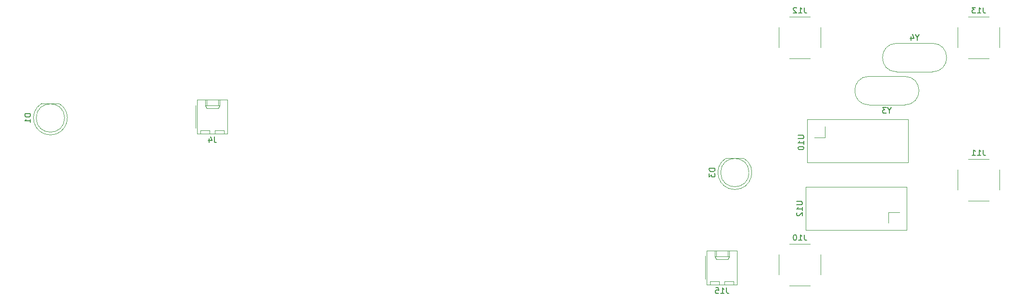
<source format=gbr>
%TF.GenerationSoftware,KiCad,Pcbnew,7.0.6-0*%
%TF.CreationDate,2023-12-30T17:19:21-06:00*%
%TF.ProjectId,MIXER_CORRELATOR,4d495845-525f-4434-9f52-52454c41544f,rev?*%
%TF.SameCoordinates,Original*%
%TF.FileFunction,Legend,Bot*%
%TF.FilePolarity,Positive*%
%FSLAX46Y46*%
G04 Gerber Fmt 4.6, Leading zero omitted, Abs format (unit mm)*
G04 Created by KiCad (PCBNEW 7.0.6-0) date 2023-12-30 17:19:21*
%MOMM*%
%LPD*%
G01*
G04 APERTURE LIST*
%ADD10C,0.150000*%
%ADD11C,0.120000*%
G04 APERTURE END LIST*
D10*
X198788190Y-70668628D02*
X198788190Y-71144819D01*
X199121523Y-70144819D02*
X198788190Y-70668628D01*
X198788190Y-70668628D02*
X198454857Y-70144819D01*
X198216761Y-70144819D02*
X197597714Y-70144819D01*
X197597714Y-70144819D02*
X197931047Y-70525771D01*
X197931047Y-70525771D02*
X197788190Y-70525771D01*
X197788190Y-70525771D02*
X197692952Y-70573390D01*
X197692952Y-70573390D02*
X197645333Y-70621009D01*
X197645333Y-70621009D02*
X197597714Y-70716247D01*
X197597714Y-70716247D02*
X197597714Y-70954342D01*
X197597714Y-70954342D02*
X197645333Y-71049580D01*
X197645333Y-71049580D02*
X197692952Y-71097200D01*
X197692952Y-71097200D02*
X197788190Y-71144819D01*
X197788190Y-71144819D02*
X198073904Y-71144819D01*
X198073904Y-71144819D02*
X198169142Y-71097200D01*
X198169142Y-71097200D02*
X198216761Y-71049580D01*
X170065523Y-101981819D02*
X170065523Y-102696104D01*
X170065523Y-102696104D02*
X170113142Y-102838961D01*
X170113142Y-102838961D02*
X170208380Y-102934200D01*
X170208380Y-102934200D02*
X170351237Y-102981819D01*
X170351237Y-102981819D02*
X170446475Y-102981819D01*
X169065523Y-102981819D02*
X169636951Y-102981819D01*
X169351237Y-102981819D02*
X169351237Y-101981819D01*
X169351237Y-101981819D02*
X169446475Y-102124676D01*
X169446475Y-102124676D02*
X169541713Y-102219914D01*
X169541713Y-102219914D02*
X169636951Y-102267533D01*
X168160761Y-101981819D02*
X168636951Y-101981819D01*
X168636951Y-101981819D02*
X168684570Y-102458009D01*
X168684570Y-102458009D02*
X168636951Y-102410390D01*
X168636951Y-102410390D02*
X168541713Y-102362771D01*
X168541713Y-102362771D02*
X168303618Y-102362771D01*
X168303618Y-102362771D02*
X168208380Y-102410390D01*
X168208380Y-102410390D02*
X168160761Y-102458009D01*
X168160761Y-102458009D02*
X168113142Y-102553247D01*
X168113142Y-102553247D02*
X168113142Y-102791342D01*
X168113142Y-102791342D02*
X168160761Y-102886580D01*
X168160761Y-102886580D02*
X168208380Y-102934200D01*
X168208380Y-102934200D02*
X168303618Y-102981819D01*
X168303618Y-102981819D02*
X168541713Y-102981819D01*
X168541713Y-102981819D02*
X168636951Y-102934200D01*
X168636951Y-102934200D02*
X168684570Y-102886580D01*
X182426819Y-86754905D02*
X183236342Y-86754905D01*
X183236342Y-86754905D02*
X183331580Y-86802524D01*
X183331580Y-86802524D02*
X183379200Y-86850143D01*
X183379200Y-86850143D02*
X183426819Y-86945381D01*
X183426819Y-86945381D02*
X183426819Y-87135857D01*
X183426819Y-87135857D02*
X183379200Y-87231095D01*
X183379200Y-87231095D02*
X183331580Y-87278714D01*
X183331580Y-87278714D02*
X183236342Y-87326333D01*
X183236342Y-87326333D02*
X182426819Y-87326333D01*
X183426819Y-88326333D02*
X183426819Y-87754905D01*
X183426819Y-88040619D02*
X182426819Y-88040619D01*
X182426819Y-88040619D02*
X182569676Y-87945381D01*
X182569676Y-87945381D02*
X182664914Y-87850143D01*
X182664914Y-87850143D02*
X182712533Y-87754905D01*
X182522057Y-88707286D02*
X182474438Y-88754905D01*
X182474438Y-88754905D02*
X182426819Y-88850143D01*
X182426819Y-88850143D02*
X182426819Y-89088238D01*
X182426819Y-89088238D02*
X182474438Y-89183476D01*
X182474438Y-89183476D02*
X182522057Y-89231095D01*
X182522057Y-89231095D02*
X182617295Y-89278714D01*
X182617295Y-89278714D02*
X182712533Y-89278714D01*
X182712533Y-89278714D02*
X182855390Y-89231095D01*
X182855390Y-89231095D02*
X183426819Y-88659667D01*
X183426819Y-88659667D02*
X183426819Y-89278714D01*
X183781523Y-92603819D02*
X183781523Y-93318104D01*
X183781523Y-93318104D02*
X183829142Y-93460961D01*
X183829142Y-93460961D02*
X183924380Y-93556200D01*
X183924380Y-93556200D02*
X184067237Y-93603819D01*
X184067237Y-93603819D02*
X184162475Y-93603819D01*
X182781523Y-93603819D02*
X183352951Y-93603819D01*
X183067237Y-93603819D02*
X183067237Y-92603819D01*
X183067237Y-92603819D02*
X183162475Y-92746676D01*
X183162475Y-92746676D02*
X183257713Y-92841914D01*
X183257713Y-92841914D02*
X183352951Y-92889533D01*
X182162475Y-92603819D02*
X182067237Y-92603819D01*
X182067237Y-92603819D02*
X181971999Y-92651438D01*
X181971999Y-92651438D02*
X181924380Y-92699057D01*
X181924380Y-92699057D02*
X181876761Y-92794295D01*
X181876761Y-92794295D02*
X181829142Y-92984771D01*
X181829142Y-92984771D02*
X181829142Y-93222866D01*
X181829142Y-93222866D02*
X181876761Y-93413342D01*
X181876761Y-93413342D02*
X181924380Y-93508580D01*
X181924380Y-93508580D02*
X181971999Y-93556200D01*
X181971999Y-93556200D02*
X182067237Y-93603819D01*
X182067237Y-93603819D02*
X182162475Y-93603819D01*
X182162475Y-93603819D02*
X182257713Y-93556200D01*
X182257713Y-93556200D02*
X182305332Y-93508580D01*
X182305332Y-93508580D02*
X182352951Y-93413342D01*
X182352951Y-93413342D02*
X182400570Y-93222866D01*
X182400570Y-93222866D02*
X182400570Y-92984771D01*
X182400570Y-92984771D02*
X182352951Y-92794295D01*
X182352951Y-92794295D02*
X182305332Y-92699057D01*
X182305332Y-92699057D02*
X182257713Y-92651438D01*
X182257713Y-92651438D02*
X182162475Y-92603819D01*
X182680819Y-75070905D02*
X183490342Y-75070905D01*
X183490342Y-75070905D02*
X183585580Y-75118524D01*
X183585580Y-75118524D02*
X183633200Y-75166143D01*
X183633200Y-75166143D02*
X183680819Y-75261381D01*
X183680819Y-75261381D02*
X183680819Y-75451857D01*
X183680819Y-75451857D02*
X183633200Y-75547095D01*
X183633200Y-75547095D02*
X183585580Y-75594714D01*
X183585580Y-75594714D02*
X183490342Y-75642333D01*
X183490342Y-75642333D02*
X182680819Y-75642333D01*
X183680819Y-76642333D02*
X183680819Y-76070905D01*
X183680819Y-76356619D02*
X182680819Y-76356619D01*
X182680819Y-76356619D02*
X182823676Y-76261381D01*
X182823676Y-76261381D02*
X182918914Y-76166143D01*
X182918914Y-76166143D02*
X182966533Y-76070905D01*
X182680819Y-77261381D02*
X182680819Y-77356619D01*
X182680819Y-77356619D02*
X182728438Y-77451857D01*
X182728438Y-77451857D02*
X182776057Y-77499476D01*
X182776057Y-77499476D02*
X182871295Y-77547095D01*
X182871295Y-77547095D02*
X183061771Y-77594714D01*
X183061771Y-77594714D02*
X183299866Y-77594714D01*
X183299866Y-77594714D02*
X183490342Y-77547095D01*
X183490342Y-77547095D02*
X183585580Y-77499476D01*
X183585580Y-77499476D02*
X183633200Y-77451857D01*
X183633200Y-77451857D02*
X183680819Y-77356619D01*
X183680819Y-77356619D02*
X183680819Y-77261381D01*
X183680819Y-77261381D02*
X183633200Y-77166143D01*
X183633200Y-77166143D02*
X183585580Y-77118524D01*
X183585580Y-77118524D02*
X183490342Y-77070905D01*
X183490342Y-77070905D02*
X183299866Y-77023286D01*
X183299866Y-77023286D02*
X183061771Y-77023286D01*
X183061771Y-77023286D02*
X182871295Y-77070905D01*
X182871295Y-77070905D02*
X182776057Y-77118524D01*
X182776057Y-77118524D02*
X182728438Y-77166143D01*
X182728438Y-77166143D02*
X182680819Y-77261381D01*
X168036819Y-80904905D02*
X167036819Y-80904905D01*
X167036819Y-80904905D02*
X167036819Y-81143000D01*
X167036819Y-81143000D02*
X167084438Y-81285857D01*
X167084438Y-81285857D02*
X167179676Y-81381095D01*
X167179676Y-81381095D02*
X167274914Y-81428714D01*
X167274914Y-81428714D02*
X167465390Y-81476333D01*
X167465390Y-81476333D02*
X167608247Y-81476333D01*
X167608247Y-81476333D02*
X167798723Y-81428714D01*
X167798723Y-81428714D02*
X167893961Y-81381095D01*
X167893961Y-81381095D02*
X167989200Y-81285857D01*
X167989200Y-81285857D02*
X168036819Y-81143000D01*
X168036819Y-81143000D02*
X168036819Y-80904905D01*
X167036819Y-81809667D02*
X167036819Y-82428714D01*
X167036819Y-82428714D02*
X167417771Y-82095381D01*
X167417771Y-82095381D02*
X167417771Y-82238238D01*
X167417771Y-82238238D02*
X167465390Y-82333476D01*
X167465390Y-82333476D02*
X167513009Y-82381095D01*
X167513009Y-82381095D02*
X167608247Y-82428714D01*
X167608247Y-82428714D02*
X167846342Y-82428714D01*
X167846342Y-82428714D02*
X167941580Y-82381095D01*
X167941580Y-82381095D02*
X167989200Y-82333476D01*
X167989200Y-82333476D02*
X168036819Y-82238238D01*
X168036819Y-82238238D02*
X168036819Y-81952524D01*
X168036819Y-81952524D02*
X167989200Y-81857286D01*
X167989200Y-81857286D02*
X167941580Y-81809667D01*
X215277523Y-52471819D02*
X215277523Y-53186104D01*
X215277523Y-53186104D02*
X215325142Y-53328961D01*
X215325142Y-53328961D02*
X215420380Y-53424200D01*
X215420380Y-53424200D02*
X215563237Y-53471819D01*
X215563237Y-53471819D02*
X215658475Y-53471819D01*
X214277523Y-53471819D02*
X214848951Y-53471819D01*
X214563237Y-53471819D02*
X214563237Y-52471819D01*
X214563237Y-52471819D02*
X214658475Y-52614676D01*
X214658475Y-52614676D02*
X214753713Y-52709914D01*
X214753713Y-52709914D02*
X214848951Y-52757533D01*
X213944189Y-52471819D02*
X213325142Y-52471819D01*
X213325142Y-52471819D02*
X213658475Y-52852771D01*
X213658475Y-52852771D02*
X213515618Y-52852771D01*
X213515618Y-52852771D02*
X213420380Y-52900390D01*
X213420380Y-52900390D02*
X213372761Y-52948009D01*
X213372761Y-52948009D02*
X213325142Y-53043247D01*
X213325142Y-53043247D02*
X213325142Y-53281342D01*
X213325142Y-53281342D02*
X213372761Y-53376580D01*
X213372761Y-53376580D02*
X213420380Y-53424200D01*
X213420380Y-53424200D02*
X213515618Y-53471819D01*
X213515618Y-53471819D02*
X213801332Y-53471819D01*
X213801332Y-53471819D02*
X213896570Y-53424200D01*
X213896570Y-53424200D02*
X213944189Y-53376580D01*
X47494819Y-71256905D02*
X46494819Y-71256905D01*
X46494819Y-71256905D02*
X46494819Y-71495000D01*
X46494819Y-71495000D02*
X46542438Y-71637857D01*
X46542438Y-71637857D02*
X46637676Y-71733095D01*
X46637676Y-71733095D02*
X46732914Y-71780714D01*
X46732914Y-71780714D02*
X46923390Y-71828333D01*
X46923390Y-71828333D02*
X47066247Y-71828333D01*
X47066247Y-71828333D02*
X47256723Y-71780714D01*
X47256723Y-71780714D02*
X47351961Y-71733095D01*
X47351961Y-71733095D02*
X47447200Y-71637857D01*
X47447200Y-71637857D02*
X47494819Y-71495000D01*
X47494819Y-71495000D02*
X47494819Y-71256905D01*
X47494819Y-72780714D02*
X47494819Y-72209286D01*
X47494819Y-72495000D02*
X46494819Y-72495000D01*
X46494819Y-72495000D02*
X46637676Y-72399762D01*
X46637676Y-72399762D02*
X46732914Y-72304524D01*
X46732914Y-72304524D02*
X46780533Y-72209286D01*
X203668190Y-57776628D02*
X203668190Y-58252819D01*
X204001523Y-57252819D02*
X203668190Y-57776628D01*
X203668190Y-57776628D02*
X203334857Y-57252819D01*
X202572952Y-57586152D02*
X202572952Y-58252819D01*
X202811047Y-57205200D02*
X203049142Y-57919485D01*
X203049142Y-57919485D02*
X202430095Y-57919485D01*
X215277523Y-77617819D02*
X215277523Y-78332104D01*
X215277523Y-78332104D02*
X215325142Y-78474961D01*
X215325142Y-78474961D02*
X215420380Y-78570200D01*
X215420380Y-78570200D02*
X215563237Y-78617819D01*
X215563237Y-78617819D02*
X215658475Y-78617819D01*
X214277523Y-78617819D02*
X214848951Y-78617819D01*
X214563237Y-78617819D02*
X214563237Y-77617819D01*
X214563237Y-77617819D02*
X214658475Y-77760676D01*
X214658475Y-77760676D02*
X214753713Y-77855914D01*
X214753713Y-77855914D02*
X214848951Y-77903533D01*
X213325142Y-78617819D02*
X213896570Y-78617819D01*
X213610856Y-78617819D02*
X213610856Y-77617819D01*
X213610856Y-77617819D02*
X213706094Y-77760676D01*
X213706094Y-77760676D02*
X213801332Y-77855914D01*
X213801332Y-77855914D02*
X213896570Y-77903533D01*
X183781523Y-52471819D02*
X183781523Y-53186104D01*
X183781523Y-53186104D02*
X183829142Y-53328961D01*
X183829142Y-53328961D02*
X183924380Y-53424200D01*
X183924380Y-53424200D02*
X184067237Y-53471819D01*
X184067237Y-53471819D02*
X184162475Y-53471819D01*
X182781523Y-53471819D02*
X183352951Y-53471819D01*
X183067237Y-53471819D02*
X183067237Y-52471819D01*
X183067237Y-52471819D02*
X183162475Y-52614676D01*
X183162475Y-52614676D02*
X183257713Y-52709914D01*
X183257713Y-52709914D02*
X183352951Y-52757533D01*
X182400570Y-52567057D02*
X182352951Y-52519438D01*
X182352951Y-52519438D02*
X182257713Y-52471819D01*
X182257713Y-52471819D02*
X182019618Y-52471819D01*
X182019618Y-52471819D02*
X181924380Y-52519438D01*
X181924380Y-52519438D02*
X181876761Y-52567057D01*
X181876761Y-52567057D02*
X181829142Y-52662295D01*
X181829142Y-52662295D02*
X181829142Y-52757533D01*
X181829142Y-52757533D02*
X181876761Y-52900390D01*
X181876761Y-52900390D02*
X182448189Y-53471819D01*
X182448189Y-53471819D02*
X181829142Y-53471819D01*
X79853333Y-75324819D02*
X79853333Y-76039104D01*
X79853333Y-76039104D02*
X79900952Y-76181961D01*
X79900952Y-76181961D02*
X79996190Y-76277200D01*
X79996190Y-76277200D02*
X80139047Y-76324819D01*
X80139047Y-76324819D02*
X80234285Y-76324819D01*
X78948571Y-75658152D02*
X78948571Y-76324819D01*
X79186666Y-75277200D02*
X79424761Y-75991485D01*
X79424761Y-75991485D02*
X78805714Y-75991485D01*
D11*
%TO.C,Y3*%
X195187000Y-64640000D02*
X201437000Y-64640000D01*
X195187000Y-69690000D02*
X201437000Y-69690000D01*
X195187000Y-64640000D02*
G75*
G03*
X195187000Y-69690000I0J-2525000D01*
G01*
X201437000Y-69690000D02*
G75*
G03*
X201437000Y-64640000I0J2525000D01*
G01*
%TO.C,J15*%
X166316000Y-100407000D02*
X166316000Y-96407000D01*
X166606000Y-95417000D02*
X171906000Y-95417000D01*
X166606000Y-101437000D02*
X166606000Y-95417000D01*
X167186000Y-100837000D02*
X168786000Y-100837000D01*
X167186000Y-101437000D02*
X167186000Y-100837000D01*
X167986000Y-95417000D02*
X167986000Y-96417000D01*
X167986000Y-96417000D02*
X168236000Y-96947000D01*
X167986000Y-96417000D02*
X170526000Y-96417000D01*
X168236000Y-95417000D02*
X168236000Y-96417000D01*
X168236000Y-96947000D02*
X170276000Y-96947000D01*
X168786000Y-100837000D02*
X168786000Y-101437000D01*
X169726000Y-100837000D02*
X171326000Y-100837000D01*
X169726000Y-101437000D02*
X169726000Y-100837000D01*
X170276000Y-95417000D02*
X170276000Y-96417000D01*
X170276000Y-96947000D02*
X170526000Y-96417000D01*
X170526000Y-96417000D02*
X170526000Y-95417000D01*
X171326000Y-100837000D02*
X171326000Y-101437000D01*
X171906000Y-95417000D02*
X171906000Y-101437000D01*
X171906000Y-101437000D02*
X166606000Y-101437000D01*
%TO.C,U12*%
X201768000Y-91803000D02*
X201768000Y-84183000D01*
X201768000Y-84183000D02*
X183988000Y-84183000D01*
X200498000Y-88628000D02*
X199228000Y-88628000D01*
X199228000Y-88628000D02*
X200498000Y-88628000D01*
X199228000Y-88628000D02*
X198593000Y-88628000D01*
X198593000Y-88628000D02*
X198593000Y-90533000D01*
X183988000Y-91803000D02*
X201768000Y-91803000D01*
X183988000Y-84183000D02*
X183988000Y-91803000D01*
%TO.C,J10*%
X186652000Y-96099000D02*
X186652000Y-99699000D01*
X184772000Y-101579000D02*
X181172000Y-101579000D01*
X184772000Y-94219000D02*
X181172000Y-94219000D01*
X179292000Y-96099000D02*
X179292000Y-99699000D01*
%TO.C,U10*%
X184242000Y-72245000D02*
X184242000Y-79865000D01*
X184242000Y-79865000D02*
X202022000Y-79865000D01*
X185512000Y-75420000D02*
X186782000Y-75420000D01*
X186782000Y-75420000D02*
X185512000Y-75420000D01*
X186782000Y-75420000D02*
X187417000Y-75420000D01*
X187417000Y-75420000D02*
X187417000Y-73515000D01*
X202022000Y-72245000D02*
X184242000Y-72245000D01*
X202022000Y-79865000D02*
X202022000Y-72245000D01*
%TO.C,D3*%
X169997000Y-79083000D02*
X173087000Y-79083000D01*
X171541538Y-84632999D02*
G75*
G03*
X173086830Y-79083001I462J2989999D01*
G01*
X169997170Y-79083000D02*
G75*
G03*
X171542462Y-84633000I1544830J-2560000D01*
G01*
X174042000Y-81643000D02*
G75*
G03*
X174042000Y-81643000I-2500000J0D01*
G01*
%TO.C,J13*%
X218148000Y-55967000D02*
X218148000Y-59567000D01*
X216268000Y-61447000D02*
X212668000Y-61447000D01*
X216268000Y-54087000D02*
X212668000Y-54087000D01*
X210788000Y-55967000D02*
X210788000Y-59567000D01*
%TO.C,D1*%
X49455000Y-69435000D02*
X52545000Y-69435000D01*
X50999538Y-74984999D02*
G75*
G03*
X52544830Y-69435001I462J2989999D01*
G01*
X49455170Y-69435000D02*
G75*
G03*
X51000462Y-74985000I1544830J-2560000D01*
G01*
X53500000Y-71995000D02*
G75*
G03*
X53500000Y-71995000I-2500000J0D01*
G01*
%TO.C,Y4*%
X206317000Y-63848000D02*
X200067000Y-63848000D01*
X206317000Y-58798000D02*
X200067000Y-58798000D01*
X206317000Y-63848000D02*
G75*
G03*
X206317000Y-58798000I0J2525000D01*
G01*
X200067000Y-58798000D02*
G75*
G03*
X200067000Y-63848000I0J-2525000D01*
G01*
%TO.C,J11*%
X218148000Y-81113000D02*
X218148000Y-84713000D01*
X216268000Y-86593000D02*
X212668000Y-86593000D01*
X216268000Y-79233000D02*
X212668000Y-79233000D01*
X210788000Y-81113000D02*
X210788000Y-84713000D01*
%TO.C,J12*%
X186652000Y-55967000D02*
X186652000Y-59567000D01*
X184772000Y-61447000D02*
X181172000Y-61447000D01*
X184772000Y-54087000D02*
X181172000Y-54087000D01*
X179292000Y-55967000D02*
X179292000Y-59567000D01*
%TO.C,J4*%
X76580000Y-73750000D02*
X76580000Y-69750000D01*
X76870000Y-68760000D02*
X82170000Y-68760000D01*
X76870000Y-74780000D02*
X76870000Y-68760000D01*
X77450000Y-74180000D02*
X79050000Y-74180000D01*
X77450000Y-74780000D02*
X77450000Y-74180000D01*
X78250000Y-68760000D02*
X78250000Y-69760000D01*
X78250000Y-69760000D02*
X78500000Y-70290000D01*
X78250000Y-69760000D02*
X80790000Y-69760000D01*
X78500000Y-68760000D02*
X78500000Y-69760000D01*
X78500000Y-70290000D02*
X80540000Y-70290000D01*
X79050000Y-74180000D02*
X79050000Y-74780000D01*
X79990000Y-74180000D02*
X81590000Y-74180000D01*
X79990000Y-74780000D02*
X79990000Y-74180000D01*
X80540000Y-68760000D02*
X80540000Y-69760000D01*
X80540000Y-70290000D02*
X80790000Y-69760000D01*
X80790000Y-69760000D02*
X80790000Y-68760000D01*
X81590000Y-74180000D02*
X81590000Y-74780000D01*
X82170000Y-68760000D02*
X82170000Y-74780000D01*
X82170000Y-74780000D02*
X76870000Y-74780000D01*
%TD*%
M02*

</source>
